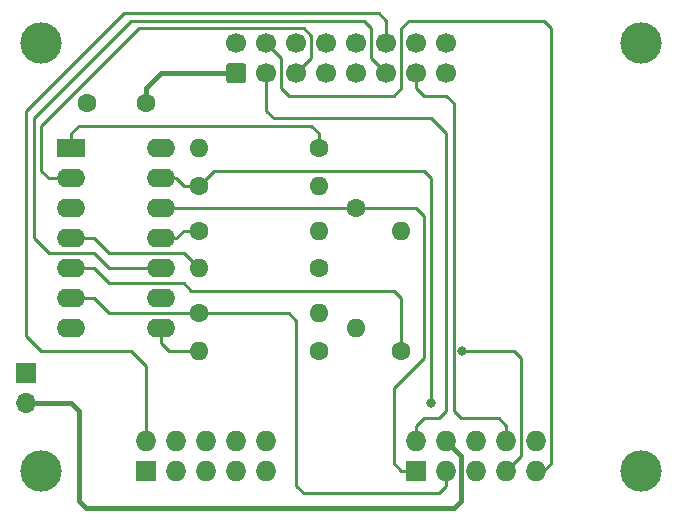
<source format=gtl>
G04 #@! TF.GenerationSoftware,KiCad,Pcbnew,(5.1.8)-1*
G04 #@! TF.CreationDate,2024-03-17T02:40:50+01:00*
G04 #@! TF.ProjectId,Gameport,47616d65-706f-4727-942e-6b696361645f,rev?*
G04 #@! TF.SameCoordinates,Original*
G04 #@! TF.FileFunction,Copper,L1,Top*
G04 #@! TF.FilePolarity,Positive*
%FSLAX46Y46*%
G04 Gerber Fmt 4.6, Leading zero omitted, Abs format (unit mm)*
G04 Created by KiCad (PCBNEW (5.1.8)-1) date 2024-03-17 02:40:50*
%MOMM*%
%LPD*%
G01*
G04 APERTURE LIST*
G04 #@! TA.AperFunction,ComponentPad*
%ADD10O,1.727200X1.727200*%
G04 #@! TD*
G04 #@! TA.AperFunction,ComponentPad*
%ADD11R,1.727200X1.727200*%
G04 #@! TD*
G04 #@! TA.AperFunction,ComponentPad*
%ADD12C,3.500000*%
G04 #@! TD*
G04 #@! TA.AperFunction,ComponentPad*
%ADD13R,1.700000X1.700000*%
G04 #@! TD*
G04 #@! TA.AperFunction,ComponentPad*
%ADD14O,1.700000X1.700000*%
G04 #@! TD*
G04 #@! TA.AperFunction,ComponentPad*
%ADD15C,1.700000*%
G04 #@! TD*
G04 #@! TA.AperFunction,ComponentPad*
%ADD16C,1.600000*%
G04 #@! TD*
G04 #@! TA.AperFunction,ComponentPad*
%ADD17O,1.600000X1.600000*%
G04 #@! TD*
G04 #@! TA.AperFunction,ComponentPad*
%ADD18R,2.400000X1.600000*%
G04 #@! TD*
G04 #@! TA.AperFunction,ComponentPad*
%ADD19O,2.400000X1.600000*%
G04 #@! TD*
G04 #@! TA.AperFunction,ViaPad*
%ADD20C,0.800000*%
G04 #@! TD*
G04 #@! TA.AperFunction,Conductor*
%ADD21C,0.381000*%
G04 #@! TD*
G04 #@! TA.AperFunction,Conductor*
%ADD22C,0.250000*%
G04 #@! TD*
G04 APERTURE END LIST*
D10*
X160655000Y-105410000D03*
X158115000Y-105410000D03*
X155575000Y-105410000D03*
X153035000Y-105410000D03*
X150495000Y-105410000D03*
X160655000Y-107950000D03*
X158115000Y-107950000D03*
X155575000Y-107950000D03*
X153035000Y-107950000D03*
D11*
X150495000Y-107950000D03*
X127635000Y-107950000D03*
D10*
X130175000Y-107950000D03*
X132715000Y-107950000D03*
X135255000Y-107950000D03*
X137795000Y-107950000D03*
X127635000Y-105410000D03*
X130175000Y-105410000D03*
X132715000Y-105410000D03*
X135255000Y-105410000D03*
X137795000Y-105410000D03*
D12*
X118745000Y-107950000D03*
X169545000Y-107950000D03*
X169545000Y-71755000D03*
X118745000Y-71740001D03*
D13*
X117475000Y-99695000D03*
D14*
X117475000Y-102235000D03*
G04 #@! TA.AperFunction,ComponentPad*
G36*
G01*
X135855000Y-75145000D02*
X134655000Y-75145000D01*
G75*
G02*
X134405000Y-74895000I0J250000D01*
G01*
X134405000Y-73695000D01*
G75*
G02*
X134655000Y-73445000I250000J0D01*
G01*
X135855000Y-73445000D01*
G75*
G02*
X136105000Y-73695000I0J-250000D01*
G01*
X136105000Y-74895000D01*
G75*
G02*
X135855000Y-75145000I-250000J0D01*
G01*
G37*
G04 #@! TD.AperFunction*
D15*
X137795000Y-74295000D03*
X140335000Y-74295000D03*
X142875000Y-74295000D03*
X145415000Y-74295000D03*
X147955000Y-74295000D03*
X150495000Y-74295000D03*
X153035000Y-74295000D03*
X135255000Y-71755000D03*
X137795000Y-71755000D03*
X140335000Y-71755000D03*
X142875000Y-71755000D03*
X145415000Y-71755000D03*
X147955000Y-71755000D03*
X150495000Y-71755000D03*
X153035000Y-71755000D03*
D16*
X127635000Y-76835000D03*
X122635000Y-76835000D03*
D17*
X142240000Y-83820000D03*
D16*
X132080000Y-83820000D03*
X149225000Y-97790000D03*
D17*
X149225000Y-87630000D03*
D16*
X142240000Y-80645000D03*
D17*
X132080000Y-80645000D03*
X132080000Y-90805000D03*
D16*
X142240000Y-90805000D03*
D17*
X145415000Y-95885000D03*
D16*
X145415000Y-85725000D03*
X132080000Y-94615000D03*
D17*
X142240000Y-94615000D03*
X142240000Y-87630000D03*
D16*
X132080000Y-87630000D03*
X142240000Y-97790000D03*
D17*
X132080000Y-97790000D03*
D18*
X121285000Y-80645000D03*
D19*
X128905000Y-95885000D03*
X121285000Y-83185000D03*
X128905000Y-93345000D03*
X121285000Y-85725000D03*
X128905000Y-90805000D03*
X121285000Y-88265000D03*
X128905000Y-88265000D03*
X121285000Y-90805000D03*
X128905000Y-85725000D03*
X121285000Y-93345000D03*
X128905000Y-83185000D03*
X121285000Y-95885000D03*
X128905000Y-80645000D03*
D20*
X154395010Y-97790000D03*
X151765000Y-102235008D03*
D21*
X128905000Y-74295000D02*
X135255000Y-74295000D01*
X127635000Y-75565000D02*
X128905000Y-74295000D01*
X127635000Y-76835000D02*
X127635000Y-75565000D01*
X154305000Y-106680000D02*
X153035000Y-105410000D01*
X154305000Y-110490000D02*
X154305000Y-106680000D01*
X153670000Y-111125000D02*
X154305000Y-110490000D01*
X122555000Y-111125000D02*
X153670000Y-111125000D01*
X121920000Y-110490000D02*
X122555000Y-111125000D01*
X121920000Y-102870000D02*
X121920000Y-110490000D01*
X121285000Y-102235000D02*
X121920000Y-102870000D01*
X117475000Y-102235000D02*
X121285000Y-102235000D01*
D22*
X147955000Y-69850000D02*
X147955000Y-71755000D01*
X147320000Y-69215000D02*
X147955000Y-69850000D01*
X125730000Y-69215000D02*
X147320000Y-69215000D01*
X117475000Y-77470000D02*
X125730000Y-69215000D01*
X117475000Y-96520000D02*
X117475000Y-77470000D01*
X118745000Y-97790000D02*
X117475000Y-96520000D01*
X126365000Y-97790000D02*
X118745000Y-97790000D01*
X127635000Y-99060000D02*
X126365000Y-97790000D01*
X127635000Y-105410000D02*
X127635000Y-99060000D01*
X153035000Y-76200000D02*
X151130000Y-76200000D01*
X153670000Y-76835000D02*
X153035000Y-76200000D01*
X150495000Y-75565000D02*
X150495000Y-74295000D01*
X154305000Y-103505000D02*
X153670000Y-102870000D01*
X151130000Y-76200000D02*
X150495000Y-75565000D01*
X157480000Y-103505000D02*
X154305000Y-103505000D01*
X153670000Y-102870000D02*
X153670000Y-76835000D01*
X158115000Y-104140000D02*
X157480000Y-103505000D01*
X158115000Y-105410000D02*
X158115000Y-104140000D01*
X137795000Y-77470000D02*
X137795000Y-74295000D01*
X138430000Y-78105000D02*
X137795000Y-77470000D01*
X151765000Y-78105000D02*
X138430000Y-78105000D01*
X153035000Y-79375000D02*
X151765000Y-78105000D01*
X153035000Y-102870000D02*
X153035000Y-79375000D01*
X152400000Y-103505000D02*
X151130000Y-103505000D01*
X152400000Y-103505000D02*
X153035000Y-102870000D01*
X150495000Y-104140000D02*
X150495000Y-105410000D01*
X151130000Y-103505000D02*
X150495000Y-104140000D01*
X139700000Y-76200000D02*
X139065000Y-75565000D01*
X148590000Y-76200000D02*
X139700000Y-76200000D01*
X149225000Y-75565000D02*
X148590000Y-76200000D01*
X139065000Y-73025000D02*
X137795000Y-71755000D01*
X149225000Y-70485000D02*
X149225000Y-75565000D01*
X139065000Y-75565000D02*
X139065000Y-73025000D01*
X149860000Y-69850000D02*
X149225000Y-70485000D01*
X161290000Y-69850000D02*
X149860000Y-69850000D01*
X161925000Y-70485000D02*
X161290000Y-69850000D01*
X161925000Y-107315000D02*
X161925000Y-70485000D01*
X161290000Y-107950000D02*
X161925000Y-107315000D01*
X160655000Y-107950000D02*
X161290000Y-107950000D01*
X123190000Y-90805000D02*
X121285000Y-90805000D01*
X124460000Y-92075000D02*
X123190000Y-90805000D01*
X148590000Y-92710000D02*
X131445000Y-92710000D01*
X130810000Y-92075000D02*
X124460000Y-92075000D01*
X149225000Y-93345000D02*
X148590000Y-92710000D01*
X131445000Y-92710000D02*
X130810000Y-92075000D01*
X149225000Y-97790000D02*
X149225000Y-93345000D01*
X158750000Y-97790000D02*
X154395010Y-97790000D01*
X159385000Y-98425000D02*
X158750000Y-97790000D01*
X159385000Y-106680000D02*
X159385000Y-98425000D01*
X158115000Y-107950000D02*
X159385000Y-106680000D01*
X130175000Y-83185000D02*
X130810000Y-83820000D01*
X128905000Y-83185000D02*
X130175000Y-83185000D01*
X130810000Y-83820000D02*
X132080000Y-83820000D01*
X151765000Y-83185000D02*
X151765000Y-102235008D01*
X132080000Y-83820000D02*
X133350000Y-82550000D01*
X133350000Y-82550000D02*
X151130000Y-82550000D01*
X151130000Y-82550000D02*
X151765000Y-83185000D01*
X132080000Y-94615000D02*
X124460000Y-94615000D01*
X123190000Y-93345000D02*
X121285000Y-93345000D01*
X124460000Y-94615000D02*
X123190000Y-93345000D01*
X153035000Y-109220000D02*
X153035000Y-107950000D01*
X152400000Y-109855000D02*
X153035000Y-109220000D01*
X140335000Y-109220000D02*
X140970000Y-109855000D01*
X140970000Y-109855000D02*
X152400000Y-109855000D01*
X140335000Y-95250000D02*
X140335000Y-109220000D01*
X139700000Y-94615000D02*
X140335000Y-95250000D01*
X132080000Y-94615000D02*
X139700000Y-94615000D01*
X128905000Y-85725000D02*
X145415000Y-85725000D01*
X150495000Y-85725000D02*
X145415000Y-85725000D01*
X151130000Y-86360000D02*
X150495000Y-85725000D01*
X151130000Y-98425000D02*
X151130000Y-86360000D01*
X148590000Y-100965000D02*
X151130000Y-98425000D01*
X148590000Y-107315000D02*
X148590000Y-100965000D01*
X149225000Y-107950000D02*
X148590000Y-107315000D01*
X150495000Y-107950000D02*
X149225000Y-107950000D01*
X119380000Y-83185000D02*
X121285000Y-83185000D01*
X118745000Y-82550000D02*
X119380000Y-83185000D01*
X118745000Y-78740000D02*
X118745000Y-82550000D01*
X127000000Y-70485000D02*
X118745000Y-78740000D01*
X140970000Y-70485000D02*
X127000000Y-70485000D01*
X141605000Y-71120000D02*
X140970000Y-70485000D01*
X141605000Y-73025000D02*
X141605000Y-71120000D01*
X140335000Y-74295000D02*
X141605000Y-73025000D01*
X124460000Y-90805000D02*
X128905000Y-90805000D01*
X123190000Y-89535000D02*
X124460000Y-90805000D01*
X119380000Y-89535000D02*
X123190000Y-89535000D01*
X118110000Y-88265000D02*
X119380000Y-89535000D01*
X126365000Y-69850000D02*
X118110000Y-78105000D01*
X146685000Y-70485000D02*
X146050000Y-69850000D01*
X146685000Y-73025000D02*
X146685000Y-70485000D01*
X118110000Y-78105000D02*
X118110000Y-88265000D01*
X146050000Y-69850000D02*
X126365000Y-69850000D01*
X147955000Y-74295000D02*
X146685000Y-73025000D01*
X121285000Y-80645000D02*
X121285000Y-79375000D01*
X121285000Y-79375000D02*
X121920000Y-78740000D01*
X121920000Y-78740000D02*
X141605000Y-78740000D01*
X142240000Y-79375000D02*
X142240000Y-80645000D01*
X141605000Y-78740000D02*
X142240000Y-79375000D01*
X130810000Y-89535000D02*
X132080000Y-90805000D01*
X124460000Y-89535000D02*
X130810000Y-89535000D01*
X123190000Y-88265000D02*
X124460000Y-89535000D01*
X121285000Y-88265000D02*
X123190000Y-88265000D01*
X128905000Y-88265000D02*
X130175000Y-88265000D01*
X130810000Y-87630000D02*
X132080000Y-87630000D01*
X130175000Y-88265000D02*
X130810000Y-87630000D01*
X132080000Y-97790000D02*
X129540000Y-97790000D01*
X128905000Y-97155000D02*
X128905000Y-95885000D01*
X129540000Y-97790000D02*
X128905000Y-97155000D01*
M02*

</source>
